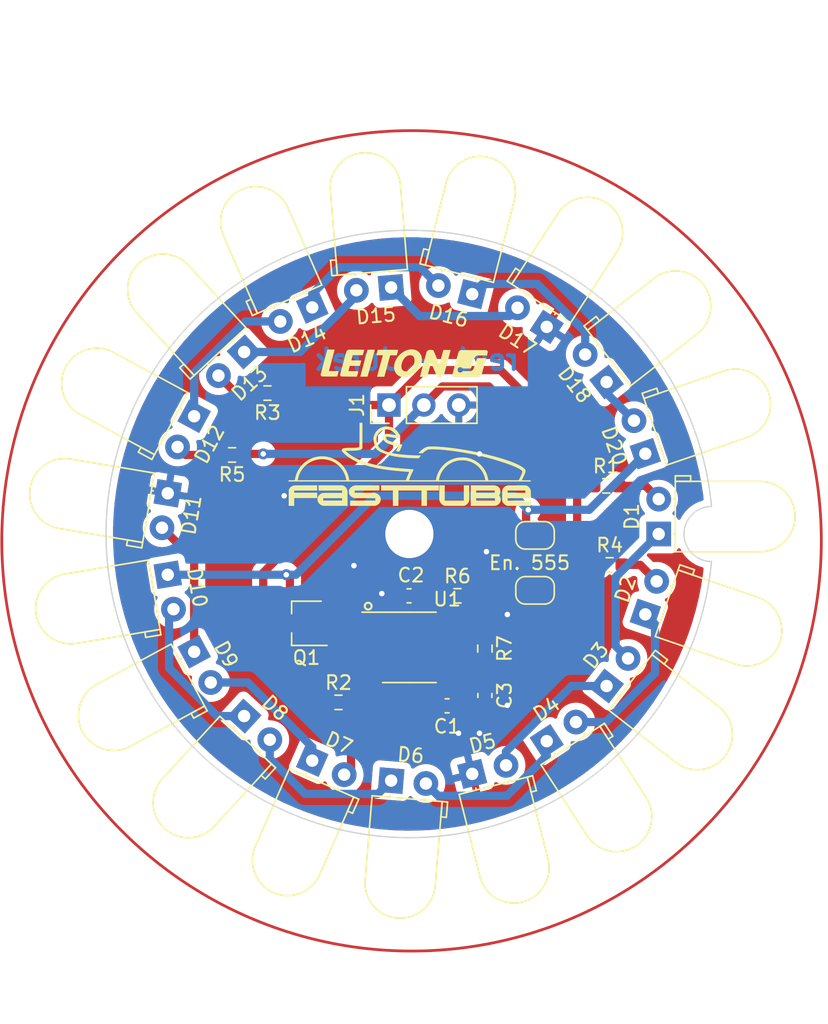
<source format=kicad_pcb>
(kicad_pcb (version 20211014) (generator pcbnew)

  (general
    (thickness 1.6)
  )

  (paper "A4")
  (layers
    (0 "F.Cu" signal)
    (31 "B.Cu" signal)
    (32 "B.Adhes" user "B.Adhesive")
    (33 "F.Adhes" user "F.Adhesive")
    (34 "B.Paste" user)
    (35 "F.Paste" user)
    (36 "B.SilkS" user "B.Silkscreen")
    (37 "F.SilkS" user "F.Silkscreen")
    (38 "B.Mask" user)
    (39 "F.Mask" user)
    (40 "Dwgs.User" user "User.Drawings")
    (41 "Cmts.User" user "User.Comments")
    (42 "Eco1.User" user "User.Eco1")
    (43 "Eco2.User" user "User.Eco2")
    (44 "Edge.Cuts" user)
    (45 "Margin" user)
    (46 "B.CrtYd" user "B.Courtyard")
    (47 "F.CrtYd" user "F.Courtyard")
    (48 "B.Fab" user)
    (49 "F.Fab" user)
    (50 "User.1" user)
    (51 "User.2" user)
    (52 "User.3" user)
    (53 "User.4" user)
    (54 "User.5" user)
    (55 "User.6" user)
    (56 "User.7" user)
    (57 "User.8" user)
    (58 "User.9" user)
  )

  (setup
    (stackup
      (layer "F.SilkS" (type "Top Silk Screen"))
      (layer "F.Paste" (type "Top Solder Paste"))
      (layer "F.Mask" (type "Top Solder Mask") (thickness 0.01))
      (layer "F.Cu" (type "copper") (thickness 0.035))
      (layer "dielectric 1" (type "core") (thickness 1.51) (material "FR4") (epsilon_r 4.5) (loss_tangent 0.02))
      (layer "B.Cu" (type "copper") (thickness 0.035))
      (layer "B.Mask" (type "Bottom Solder Mask") (thickness 0.01))
      (layer "B.Paste" (type "Bottom Solder Paste"))
      (layer "B.SilkS" (type "Bottom Silk Screen"))
      (copper_finish "None")
      (dielectric_constraints no)
    )
    (pad_to_mask_clearance 0)
    (pcbplotparams
      (layerselection 0x00010fc_ffffffff)
      (disableapertmacros false)
      (usegerberextensions false)
      (usegerberattributes true)
      (usegerberadvancedattributes true)
      (creategerberjobfile true)
      (svguseinch false)
      (svgprecision 6)
      (excludeedgelayer true)
      (plotframeref false)
      (viasonmask false)
      (mode 1)
      (useauxorigin false)
      (hpglpennumber 1)
      (hpglpenspeed 20)
      (hpglpendiameter 15.000000)
      (dxfpolygonmode true)
      (dxfimperialunits true)
      (dxfusepcbnewfont true)
      (psnegative false)
      (psa4output false)
      (plotreference true)
      (plotvalue true)
      (plotinvisibletext false)
      (sketchpadsonfab false)
      (subtractmaskfromsilk false)
      (outputformat 1)
      (mirror false)
      (drillshape 0)
      (scaleselection 1)
      (outputdirectory "Gerbers")
    )
  )

  (net 0 "")
  (net 1 "Net-(D1-Pad1)")
  (net 2 "Net-(D1-Pad2)")
  (net 3 "Net-(D2-Pad1)")
  (net 4 "GND")
  (net 5 "Net-(D4-Pad1)")
  (net 6 "Net-(D2-Pad2)")
  (net 7 "Net-(D3-Pad1)")
  (net 8 "Net-(D7-Pad1)")
  (net 9 "Net-(D7-Pad2)")
  (net 10 "Net-(D6-Pad1)")
  (net 11 "Net-(D12-Pad1)")
  (net 12 "Net-(D12-Pad2)")
  (net 13 "Net-(D13-Pad1)")
  (net 14 "Net-(D13-Pad2)")
  (net 15 "Net-(D16-Pad1)")
  (net 16 "Net-(D14-Pad1)")
  (net 17 "Net-(D15-Pad1)")
  (net 18 "Net-(D18-Pad1)")
  (net 19 "Net-(D10-Pad2)")
  (net 20 "RED-")
  (net 21 "Net-(D11-Pad2)")
  (net 22 "/TRIG")
  (net 23 "Net-(C1-Pad1)")
  (net 24 "RED")
  (net 25 "GREEN")
  (net 26 "Net-(Q1-Pad1)")
  (net 27 "RED-OSZ")
  (net 28 "Net-(R6-Pad2)")

  (footprint "LED_THT:LED_D5.0mm_Horizontal_O1.27mm_Z3.0mm_Clear" (layer "F.Cu") (at 47.402247 77.540835 -99.47368421))

  (footprint "Package_TO_SOT_SMD:SOT-23W" (layer "F.Cu") (at 57.5 87 180))

  (footprint "LED_THT:LED_D5.0mm_Horizontal_O1.27mm_Z3.0mm_Clear" (layer "F.Cu") (at 69.575488 97.952741 14.21052632))

  (footprint "Resistor_SMD:R_0603_1608Metric_Pad0.98x0.95mm_HandSolder" (layer "F.Cu") (at 52.0875 74.75 180))

  (footprint "Resistor_SMD:R_0603_1608Metric_Pad0.98x0.95mm_HandSolder" (layer "F.Cu") (at 79.5875 82.75))

  (footprint "LED_THT:LED_D5.0mm_Horizontal_O1.27mm_Z3.0mm_Clear" (layer "F.Cu") (at 57.926233 96.987456 -23.68421053))

  (footprint "LED_THT:LED_D5.0mm_Horizontal_O1.27mm_Z3.0mm_Clear" (layer "F.Cu") (at 83.15675 80.503537 90))

  (footprint "LED_THT:LED_D5.0mm_Horizontal_O1.27mm_Z3.0mm_Clear" (layer "F.Cu") (at 63.670322 98.442057 -4.736842105))

  (footprint "LED_THT:LED_D5.0mm_Horizontal_O1.27mm_Z3.0mm_Clear" (layer "F.Cu") (at 57.926233 64.019618 -156.3157895))

  (footprint "LED_THT:LED_D5.0mm_Horizontal_O1.27mm_Z3.0mm_Clear" (layer "F.Cu") (at 49.326223 89.07059 -61.57894737))

  (footprint "Resistor_SMD:R_0603_1608Metric_Pad0.98x0.95mm_HandSolder" (layer "F.Cu") (at 79.3375 77))

  (footprint "Capacitor_SMD:C_0603_1608Metric" (layer "F.Cu") (at 67.75 93))

  (footprint "LED_THT:LED_D5.0mm_Horizontal_O1.27mm_Z3.0mm_Clear" (layer "F.Cu") (at 49.326223 71.936484 -118.4210526))

  (footprint "Connector_PinHeader_2.54mm:PinHeader_1x03_P2.54mm_Vertical" (layer "F.Cu") (at 63.515 71.12 90))

  (footprint "Package_SO:SOIC-8_3.9x4.9mm_P1.27mm" (layer "F.Cu") (at 65 88.75))

  (footprint "LED_THT:LED_D5.0mm_Horizontal_O1.27mm_Z3.0mm_Clear" (layer "F.Cu") (at 47.402247 83.466239 -80.52631579))

  (footprint "LED_THT:LED_D5.0mm_Horizontal_O1.27mm_Z3.0mm_Clear" (layer "F.Cu") (at 75.001816 95.572533 33.15789474))

  (footprint "LED_THT:LED_D5.0mm_Horizontal_O1.27mm_Z3.0mm_Clear" (layer "F.Cu") (at 82.18146 74.658947 108.9473684))

  (footprint "Jumper:SolderJumper-2_P1.3mm_Open_RoundedPad1.0x1.5mm" (layer "F.Cu") (at 74.15 80.6))

  (footprint "footprints:FTLogo_small" (layer "F.Cu") (at 65.024 75.438))

  (footprint "footprints:LeitOn_small" (layer "F.Cu") (at 64.516 68.072))

  (footprint "Capacitor_SMD:C_0603_1608Metric" (layer "F.Cu") (at 70.5 92.25 -90))

  (footprint "LED_THT:LED_D5.0mm_Horizontal_O1.27mm_Z3.0mm_Clear" (layer "F.Cu")
    (tedit 5A6C9E1C) (tstamp ab5db7e5-9de7-449f-b70b-9d0dd610b10b)
    (at 63.670322 62.565017 -175.2631579)
    (descr "LED, diameter 5.0mm z-position of LED center 3.0mm, 2 pins")
    (tags "LED diameter 5.0mm z-position of LED center 3.0mm 2 pins")
    (property "Sheetfile" "TSAL.kicad_sch")
    (property "Sheetname" "")
    (path "/e9f85116-019b-4e72-8df9-f592caef8ae8")
    (attr through_hole)
    (fp_text reference "D15" (at 1.27 -1.96 -175.2631579) (layer "F.SilkS")
      (effects (font (size 1 1) (thickness 0.15)))
      (tstamp 126f84ae-523c-4569-b046-7ee124f46a5a)
    )
    (fp_text value "LED_G" (at 1.27 10.93 -175.2631579) (layer "F.Fab")
      (effects (font (size 1 1) (thickness 0.15)))
      (tstamp 7d4fcb23-c914-48df-941d-94cf5f1f85b5)
    )
    (fp_text user "${REFERENCE}" (at 1.27 0 -175.2631579) (layer "F.Fab")
      (effects (font (size 1 1) (thickness 0.15)))
      (tstamp a4813917-c395-4e03-b658-4133a12249cd)
    )
    (fp_line (start 2.54 1.21) (end 2.54 1.21) (layer "F.SilkS") (width 0.12) (tstamp 0df376e0-b3b8-4926-8318-ef70bcc43326))
    (fp_line (start 0 1.08) (end 0 1.21) (layer "F.SilkS") (width 0.12) (tstamp 474da0bb-a80f-4ce4-b14e-5f26d8f31e91))
    (fp_line (start -1.29 1.21) (end 3.83 1.21) (layer "F.SilkS") (width 0.12) (tstamp 5900b9d3-f54e-4689-953a-e125f5f9fa71))
    (fp_line (start 0 1.21) (end 0 1.08) (layer "F.SilkS") (width 0.12) (tstamp 644a2620-03c0-4432-a2a3-b8177b485182))
    (fp_line (start 2.54 1.21) (end 2.54 1.08) (layer "F.SilkS") (width 0.12) (tstamp 6c1d0ff6-53d9-4a5b-89a8-5313d6ca7d94))
    (fp_line (start 4.23 1.21) (end 4.23 2.33) (layer "F.SilkS") (width 0.12) (tstamp 91e34627-a183-42e4-bafa-955f631c2bab))
    (fp_line (start -1.29 1.21) (end -1.29 7.37) (layer "F.SilkS") (width 0.12) (tstamp 94b40fef-8e3d-4a32-a137-035c86ca86c8))
    (fp_line (start 4.23 2.33) (end 3.83 2.33) (layer "F.SilkS") (width 0.12) (tstamp a28b42a6-1c1a-4667-9b8b-ad6bdfd23632))
    (fp_line (start 3.83 2.33) (end 3.83 1.21) (layer "F.SilkS") (width 0.12) (tstamp a97a52d6-fe14-4f06-b35e-2dc42532437e))
    (fp_line (start 0 1.08) (end 0 1.08) (layer "F.SilkS") (width 0.12) (tstamp bb592211-9895-49a1-bb6a-47f7a9f85864))
    (fp_line (start 0 1.21) (end 0 1.21) (layer "F.SilkS") (width 0.12) (tstamp c360b637-6f5d-44e0-97f7-af09c2986ed7))
    (fp_line (start 3.83 1.21) (end 3.83 7.37) (layer "F.SilkS") (width 0.12) (tstamp d0e144a3-6f5f-4307-ac4c-47637e9032bf))
    (fp_line (start 2.54 1.08) (end 2.54 1.21) (layer "F.SilkS") (width 0.12) (tstamp ee5ea3d6-1422-40d3-882b-9d8b9c72bbba))
    (fp_line (start 2.54 1.08) (end 2.54 1.08) (layer "F.SilkS") (width 0.12) (tstamp f2cb3dc7-19c3-4d39-8479-4368f9d1680c))
    (fp_line (start 3.83 1.21) (end 4.23 1.21) (layer "F.SilkS") (width 0.12) (tstamp fc56b098-c3aa-474b-aac9-da58d4f42386))
    (fp_arc (start 3.83 7.37) (mid 1.27 9.93) (end -1.29 7.37) (layer "F.SilkS") (width 0.12) (tstamp 729e0aa9-1770-4b96-8a01-af601278faec))
    (fp_line (start 4.5 -1.25) (end -1.95 -1.25) (layer "F.CrtYd") (width 0.05) (tstamp 3f4ca593-2b3f-4c1d-83fb-6afbc1dc83bd))
    (fp_line (start -1.95 -1.25) (end -1.95 10.2) (layer "F.CrtYd") (width 0.05) (tstamp 6b732b9b-51f6-479d-b29b-3f7cb9c273ef))
    (fp_line (start 4.5 10.2) (end 4.5 -1.25) (layer "F.CrtYd") (width 0.05) (tstamp 7847981b-5502-41f3-9413-b29fe20c5b32))
    (fp_line (start -1.95 10.2) (end 4.5 10.2) (layer "F.CrtYd") (width 0.05) (tstamp fe36219f-13f1-47e3-b06a-60e954519022))
    (fp_line (start -1.23 1.27) (end -1.23 7.37) (layer "F.Fab") (width 0.1) (tstamp 142e2caa-2b2c-4696-83a8-bdbb5b82c7f7))
    (fp_line (start 3.77 2.27) (end 3.77 1.27) (layer "F.Fab") (width 0.1) (tstamp 23d0e929-f5a1-4c62-b387-0887d9659f38))
    (fp_line (start 2.54 1.27) (end 2.54 1.27) (layer "F.Fab") (width 0.1) (tstamp 3036986f-780f-4e5b-8e4b-4e66acc1e072))
    (fp_line (start 0 0) (end 0 0) (layer "F.Fab") (width 0.1) (tsta
... [370745 chars truncated]
</source>
